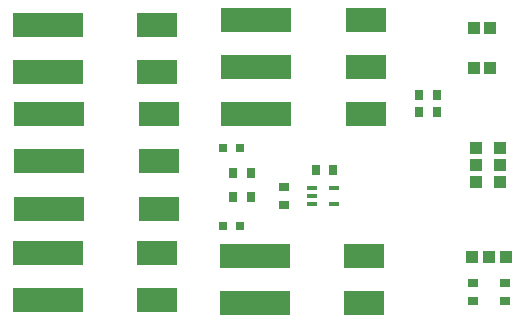
<source format=gtp>
G04 Layer_Color=8421504*
%FSLAX25Y25*%
%MOIN*%
G70*
G01*
G75*
%ADD10R,0.23622X0.07874*%
%ADD11R,0.13780X0.07874*%
%ADD12R,0.03543X0.02756*%
%ADD13R,0.03347X0.01575*%
%ADD14R,0.02756X0.03543*%
%ADD15R,0.03937X0.03937*%
%ADD16R,0.03937X0.03937*%
%ADD17R,0.03150X0.03150*%
%ADD18R,0.03150X0.03543*%
D10*
X312252Y372752D02*
D03*
Y388500D02*
D03*
X312252Y404248D02*
D03*
X242752Y326374D02*
D03*
Y310626D02*
D03*
Y402374D02*
D03*
Y386626D02*
D03*
X243252Y341252D02*
D03*
Y357000D02*
D03*
Y372748D02*
D03*
X311752Y309626D02*
D03*
Y325374D02*
D03*
D11*
X348669Y372752D02*
D03*
X348669Y388500D02*
D03*
X348669Y404248D02*
D03*
X279169Y326374D02*
D03*
Y310626D02*
D03*
Y402374D02*
D03*
Y386626D02*
D03*
X279669Y341252D02*
D03*
Y357000D02*
D03*
Y372748D02*
D03*
X348169Y309626D02*
D03*
Y325374D02*
D03*
D12*
X395000Y316453D02*
D03*
Y310547D02*
D03*
X321500Y348453D02*
D03*
Y342547D02*
D03*
X384500Y316453D02*
D03*
Y310547D02*
D03*
D13*
X330760Y348059D02*
D03*
Y345500D02*
D03*
Y342941D02*
D03*
X338240D02*
D03*
Y348059D02*
D03*
D14*
X366547Y379000D02*
D03*
X372453D02*
D03*
X366547Y373500D02*
D03*
X372453D02*
D03*
X310453Y353000D02*
D03*
X304547D02*
D03*
X310453Y345000D02*
D03*
X304547D02*
D03*
D15*
X393500Y355756D02*
D03*
Y350244D02*
D03*
Y361300D02*
D03*
X385500Y355756D02*
D03*
Y350244D02*
D03*
Y361300D02*
D03*
D16*
X390256Y388000D02*
D03*
X384744D02*
D03*
X390256Y401500D02*
D03*
X384744D02*
D03*
X389756Y325000D02*
D03*
X384244D02*
D03*
X395300D02*
D03*
D17*
X301000Y361500D02*
D03*
X306906D02*
D03*
X301000Y335500D02*
D03*
X306906D02*
D03*
D18*
X337756Y354000D02*
D03*
X332244D02*
D03*
M02*

</source>
